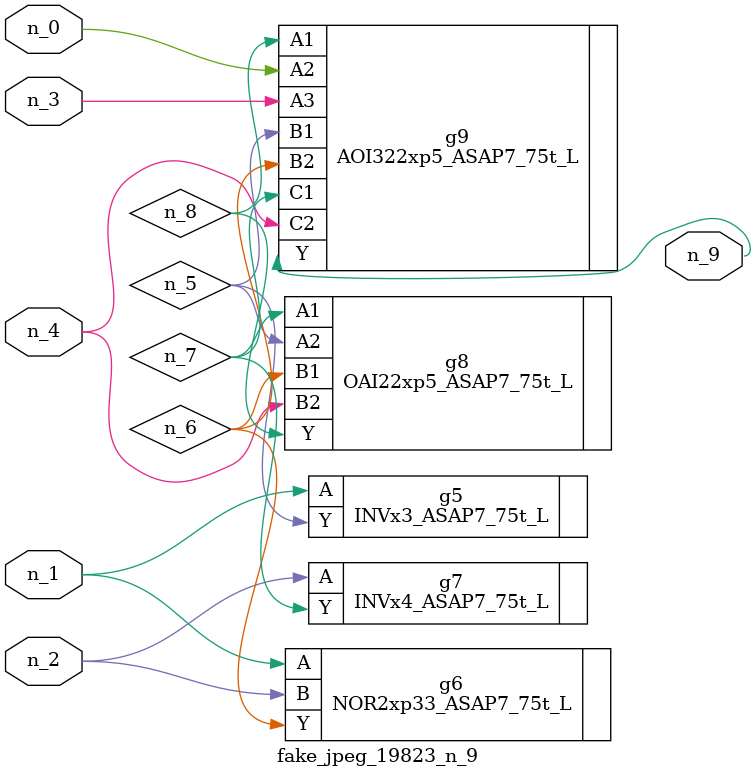
<source format=v>
module fake_jpeg_19823_n_9 (n_3, n_2, n_1, n_0, n_4, n_9);

input n_3;
input n_2;
input n_1;
input n_0;
input n_4;

output n_9;

wire n_8;
wire n_6;
wire n_5;
wire n_7;

INVx3_ASAP7_75t_L g5 ( 
.A(n_1),
.Y(n_5)
);

NOR2xp33_ASAP7_75t_L g6 ( 
.A(n_1),
.B(n_2),
.Y(n_6)
);

INVx4_ASAP7_75t_L g7 ( 
.A(n_2),
.Y(n_7)
);

OAI22xp5_ASAP7_75t_L g8 ( 
.A1(n_7),
.A2(n_5),
.B1(n_6),
.B2(n_4),
.Y(n_8)
);

AOI322xp5_ASAP7_75t_L g9 ( 
.A1(n_8),
.A2(n_0),
.A3(n_3),
.B1(n_5),
.B2(n_6),
.C1(n_7),
.C2(n_4),
.Y(n_9)
);


endmodule
</source>
